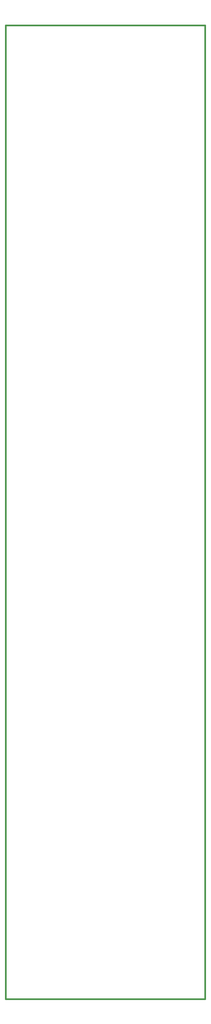
<source format=gbr>
G04 (created by PCBNEW-RS274X (2011-07-19)-testing) date Thu 04 Aug 2011 02:52:52 PM PDT*
G01*
G70*
G90*
%MOIN*%
G04 Gerber Fmt 3.4, Leading zero omitted, Abs format*
%FSLAX34Y34*%
G04 APERTURE LIST*
%ADD10C,0.006000*%
%ADD11C,0.015000*%
G04 APERTURE END LIST*
G54D10*
G54D11*
X60000Y-20000D02*
X60000Y-117500D01*
X40000Y-20000D02*
X40000Y-117500D01*
X40000Y-117500D02*
X60000Y-117500D01*
X40000Y-20000D02*
X60000Y-20000D01*
M02*

</source>
